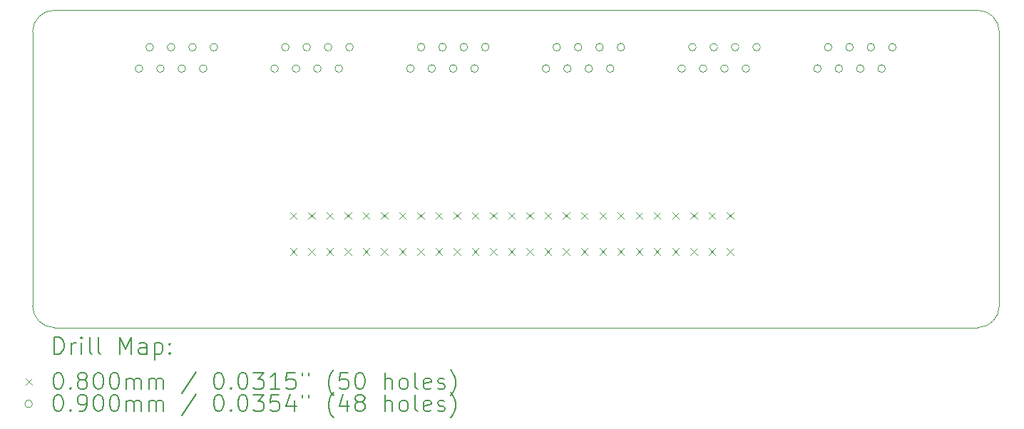
<source format=gbr>
%TF.GenerationSoftware,KiCad,Pcbnew,8.0.1*%
%TF.CreationDate,2024-07-20T21:14:03+01:00*%
%TF.ProjectId,MICRO_TRUNK_6_MAIN,4d494352-4f5f-4545-9255-4e4b5f365f4d,rev?*%
%TF.SameCoordinates,Original*%
%TF.FileFunction,Drillmap*%
%TF.FilePolarity,Positive*%
%FSLAX45Y45*%
G04 Gerber Fmt 4.5, Leading zero omitted, Abs format (unit mm)*
G04 Created by KiCad (PCBNEW 8.0.1) date 2024-07-20 21:14:03*
%MOMM*%
%LPD*%
G01*
G04 APERTURE LIST*
%ADD10C,0.050000*%
%ADD11C,0.200000*%
%ADD12C,0.100000*%
G04 APERTURE END LIST*
D10*
X8724396Y-7887735D02*
G75*
G02*
X8981374Y-7630239I257497J0D01*
G01*
X20202896Y-11142340D02*
G75*
G02*
X19945917Y-11399838I-257503J4D01*
G01*
X8981374Y-7630236D02*
X19945000Y-7630000D01*
X19945917Y-11399840D02*
X8981791Y-11399471D01*
X8981791Y-11399471D02*
G75*
G02*
X8724297Y-11142493I11J257506D01*
G01*
X8724292Y-11142493D02*
X8724396Y-7887735D01*
X19945000Y-7630000D02*
G75*
G02*
X20202508Y-7886979I-8J-257516D01*
G01*
X20202896Y-11142340D02*
X20202500Y-7886979D01*
D11*
D12*
X11781612Y-10027996D02*
X11861612Y-10107996D01*
X11861612Y-10027996D02*
X11781612Y-10107996D01*
X11781612Y-10456996D02*
X11861612Y-10536996D01*
X11861612Y-10456996D02*
X11781612Y-10536996D01*
X11997612Y-10027996D02*
X12077612Y-10107996D01*
X12077612Y-10027996D02*
X11997612Y-10107996D01*
X11997612Y-10456996D02*
X12077612Y-10536996D01*
X12077612Y-10456996D02*
X11997612Y-10536996D01*
X12213612Y-10027996D02*
X12293612Y-10107996D01*
X12293612Y-10027996D02*
X12213612Y-10107996D01*
X12213612Y-10456996D02*
X12293612Y-10536996D01*
X12293612Y-10456996D02*
X12213612Y-10536996D01*
X12429612Y-10027996D02*
X12509612Y-10107996D01*
X12509612Y-10027996D02*
X12429612Y-10107996D01*
X12429612Y-10456996D02*
X12509612Y-10536996D01*
X12509612Y-10456996D02*
X12429612Y-10536996D01*
X12645612Y-10027996D02*
X12725612Y-10107996D01*
X12725612Y-10027996D02*
X12645612Y-10107996D01*
X12645612Y-10456996D02*
X12725612Y-10536996D01*
X12725612Y-10456996D02*
X12645612Y-10536996D01*
X12861612Y-10027996D02*
X12941612Y-10107996D01*
X12941612Y-10027996D02*
X12861612Y-10107996D01*
X12861612Y-10456996D02*
X12941612Y-10536996D01*
X12941612Y-10456996D02*
X12861612Y-10536996D01*
X13077612Y-10027996D02*
X13157612Y-10107996D01*
X13157612Y-10027996D02*
X13077612Y-10107996D01*
X13077612Y-10456996D02*
X13157612Y-10536996D01*
X13157612Y-10456996D02*
X13077612Y-10536996D01*
X13293612Y-10027996D02*
X13373612Y-10107996D01*
X13373612Y-10027996D02*
X13293612Y-10107996D01*
X13293612Y-10456996D02*
X13373612Y-10536996D01*
X13373612Y-10456996D02*
X13293612Y-10536996D01*
X13509612Y-10027996D02*
X13589612Y-10107996D01*
X13589612Y-10027996D02*
X13509612Y-10107996D01*
X13509612Y-10456996D02*
X13589612Y-10536996D01*
X13589612Y-10456996D02*
X13509612Y-10536996D01*
X13725612Y-10027996D02*
X13805612Y-10107996D01*
X13805612Y-10027996D02*
X13725612Y-10107996D01*
X13725612Y-10456996D02*
X13805612Y-10536996D01*
X13805612Y-10456996D02*
X13725612Y-10536996D01*
X13941612Y-10027996D02*
X14021612Y-10107996D01*
X14021612Y-10027996D02*
X13941612Y-10107996D01*
X13941612Y-10456996D02*
X14021612Y-10536996D01*
X14021612Y-10456996D02*
X13941612Y-10536996D01*
X14157612Y-10027996D02*
X14237612Y-10107996D01*
X14237612Y-10027996D02*
X14157612Y-10107996D01*
X14157612Y-10456996D02*
X14237612Y-10536996D01*
X14237612Y-10456996D02*
X14157612Y-10536996D01*
X14373612Y-10027996D02*
X14453612Y-10107996D01*
X14453612Y-10027996D02*
X14373612Y-10107996D01*
X14373612Y-10456996D02*
X14453612Y-10536996D01*
X14453612Y-10456996D02*
X14373612Y-10536996D01*
X14589612Y-10027996D02*
X14669612Y-10107996D01*
X14669612Y-10027996D02*
X14589612Y-10107996D01*
X14589612Y-10456996D02*
X14669612Y-10536996D01*
X14669612Y-10456996D02*
X14589612Y-10536996D01*
X14805612Y-10027996D02*
X14885612Y-10107996D01*
X14885612Y-10027996D02*
X14805612Y-10107996D01*
X14805612Y-10456996D02*
X14885612Y-10536996D01*
X14885612Y-10456996D02*
X14805612Y-10536996D01*
X15021612Y-10027996D02*
X15101612Y-10107996D01*
X15101612Y-10027996D02*
X15021612Y-10107996D01*
X15021612Y-10456996D02*
X15101612Y-10536996D01*
X15101612Y-10456996D02*
X15021612Y-10536996D01*
X15237612Y-10027996D02*
X15317612Y-10107996D01*
X15317612Y-10027996D02*
X15237612Y-10107996D01*
X15237612Y-10456996D02*
X15317612Y-10536996D01*
X15317612Y-10456996D02*
X15237612Y-10536996D01*
X15453612Y-10027996D02*
X15533612Y-10107996D01*
X15533612Y-10027996D02*
X15453612Y-10107996D01*
X15453612Y-10456996D02*
X15533612Y-10536996D01*
X15533612Y-10456996D02*
X15453612Y-10536996D01*
X15669612Y-10027996D02*
X15749612Y-10107996D01*
X15749612Y-10027996D02*
X15669612Y-10107996D01*
X15669612Y-10456996D02*
X15749612Y-10536996D01*
X15749612Y-10456996D02*
X15669612Y-10536996D01*
X15885612Y-10027996D02*
X15965612Y-10107996D01*
X15965612Y-10027996D02*
X15885612Y-10107996D01*
X15885612Y-10456996D02*
X15965612Y-10536996D01*
X15965612Y-10456996D02*
X15885612Y-10536996D01*
X16101612Y-10027996D02*
X16181612Y-10107996D01*
X16181612Y-10027996D02*
X16101612Y-10107996D01*
X16101612Y-10456996D02*
X16181612Y-10536996D01*
X16181612Y-10456996D02*
X16101612Y-10536996D01*
X16317612Y-10027996D02*
X16397612Y-10107996D01*
X16397612Y-10027996D02*
X16317612Y-10107996D01*
X16317612Y-10456996D02*
X16397612Y-10536996D01*
X16397612Y-10456996D02*
X16317612Y-10536996D01*
X16533612Y-10027996D02*
X16613612Y-10107996D01*
X16613612Y-10027996D02*
X16533612Y-10107996D01*
X16533612Y-10456996D02*
X16613612Y-10536996D01*
X16613612Y-10456996D02*
X16533612Y-10536996D01*
X16749612Y-10027996D02*
X16829612Y-10107996D01*
X16829612Y-10027996D02*
X16749612Y-10107996D01*
X16749612Y-10456996D02*
X16829612Y-10536996D01*
X16829612Y-10456996D02*
X16749612Y-10536996D01*
X16965612Y-10027996D02*
X17045612Y-10107996D01*
X17045612Y-10027996D02*
X16965612Y-10107996D01*
X16965612Y-10456996D02*
X17045612Y-10536996D01*
X17045612Y-10456996D02*
X16965612Y-10536996D01*
X10032112Y-8322896D02*
G75*
G02*
X9942112Y-8322896I-45000J0D01*
G01*
X9942112Y-8322896D02*
G75*
G02*
X10032112Y-8322896I45000J0D01*
G01*
X10159111Y-8068896D02*
G75*
G02*
X10069111Y-8068896I-45000J0D01*
G01*
X10069111Y-8068896D02*
G75*
G02*
X10159111Y-8068896I45000J0D01*
G01*
X10286112Y-8322896D02*
G75*
G02*
X10196112Y-8322896I-45000J0D01*
G01*
X10196112Y-8322896D02*
G75*
G02*
X10286112Y-8322896I45000J0D01*
G01*
X10413111Y-8068896D02*
G75*
G02*
X10323111Y-8068896I-45000J0D01*
G01*
X10323111Y-8068896D02*
G75*
G02*
X10413111Y-8068896I45000J0D01*
G01*
X10540112Y-8322896D02*
G75*
G02*
X10450112Y-8322896I-45000J0D01*
G01*
X10450112Y-8322896D02*
G75*
G02*
X10540112Y-8322896I45000J0D01*
G01*
X10667112Y-8068896D02*
G75*
G02*
X10577112Y-8068896I-45000J0D01*
G01*
X10577112Y-8068896D02*
G75*
G02*
X10667112Y-8068896I45000J0D01*
G01*
X10794112Y-8322896D02*
G75*
G02*
X10704112Y-8322896I-45000J0D01*
G01*
X10704112Y-8322896D02*
G75*
G02*
X10794112Y-8322896I45000J0D01*
G01*
X10921112Y-8068896D02*
G75*
G02*
X10831112Y-8068896I-45000J0D01*
G01*
X10831112Y-8068896D02*
G75*
G02*
X10921112Y-8068896I45000J0D01*
G01*
X11643112Y-8322896D02*
G75*
G02*
X11553112Y-8322896I-45000J0D01*
G01*
X11553112Y-8322896D02*
G75*
G02*
X11643112Y-8322896I45000J0D01*
G01*
X11770111Y-8068896D02*
G75*
G02*
X11680111Y-8068896I-45000J0D01*
G01*
X11680111Y-8068896D02*
G75*
G02*
X11770111Y-8068896I45000J0D01*
G01*
X11897112Y-8322896D02*
G75*
G02*
X11807112Y-8322896I-45000J0D01*
G01*
X11807112Y-8322896D02*
G75*
G02*
X11897112Y-8322896I45000J0D01*
G01*
X12024111Y-8068896D02*
G75*
G02*
X11934111Y-8068896I-45000J0D01*
G01*
X11934111Y-8068896D02*
G75*
G02*
X12024111Y-8068896I45000J0D01*
G01*
X12151112Y-8322896D02*
G75*
G02*
X12061112Y-8322896I-45000J0D01*
G01*
X12061112Y-8322896D02*
G75*
G02*
X12151112Y-8322896I45000J0D01*
G01*
X12278111Y-8068896D02*
G75*
G02*
X12188111Y-8068896I-45000J0D01*
G01*
X12188111Y-8068896D02*
G75*
G02*
X12278111Y-8068896I45000J0D01*
G01*
X12405112Y-8322896D02*
G75*
G02*
X12315112Y-8322896I-45000J0D01*
G01*
X12315112Y-8322896D02*
G75*
G02*
X12405112Y-8322896I45000J0D01*
G01*
X12532112Y-8068896D02*
G75*
G02*
X12442112Y-8068896I-45000J0D01*
G01*
X12442112Y-8068896D02*
G75*
G02*
X12532112Y-8068896I45000J0D01*
G01*
X13254112Y-8322896D02*
G75*
G02*
X13164112Y-8322896I-45000J0D01*
G01*
X13164112Y-8322896D02*
G75*
G02*
X13254112Y-8322896I45000J0D01*
G01*
X13381111Y-8068896D02*
G75*
G02*
X13291111Y-8068896I-45000J0D01*
G01*
X13291111Y-8068896D02*
G75*
G02*
X13381111Y-8068896I45000J0D01*
G01*
X13508112Y-8322896D02*
G75*
G02*
X13418112Y-8322896I-45000J0D01*
G01*
X13418112Y-8322896D02*
G75*
G02*
X13508112Y-8322896I45000J0D01*
G01*
X13635111Y-8068896D02*
G75*
G02*
X13545111Y-8068896I-45000J0D01*
G01*
X13545111Y-8068896D02*
G75*
G02*
X13635111Y-8068896I45000J0D01*
G01*
X13762112Y-8322896D02*
G75*
G02*
X13672112Y-8322896I-45000J0D01*
G01*
X13672112Y-8322896D02*
G75*
G02*
X13762112Y-8322896I45000J0D01*
G01*
X13889111Y-8068896D02*
G75*
G02*
X13799111Y-8068896I-45000J0D01*
G01*
X13799111Y-8068896D02*
G75*
G02*
X13889111Y-8068896I45000J0D01*
G01*
X14016112Y-8322896D02*
G75*
G02*
X13926112Y-8322896I-45000J0D01*
G01*
X13926112Y-8322896D02*
G75*
G02*
X14016112Y-8322896I45000J0D01*
G01*
X14143112Y-8068896D02*
G75*
G02*
X14053112Y-8068896I-45000J0D01*
G01*
X14053112Y-8068896D02*
G75*
G02*
X14143112Y-8068896I45000J0D01*
G01*
X14865112Y-8322896D02*
G75*
G02*
X14775112Y-8322896I-45000J0D01*
G01*
X14775112Y-8322896D02*
G75*
G02*
X14865112Y-8322896I45000J0D01*
G01*
X14992111Y-8068896D02*
G75*
G02*
X14902111Y-8068896I-45000J0D01*
G01*
X14902111Y-8068896D02*
G75*
G02*
X14992111Y-8068896I45000J0D01*
G01*
X15119112Y-8322896D02*
G75*
G02*
X15029112Y-8322896I-45000J0D01*
G01*
X15029112Y-8322896D02*
G75*
G02*
X15119112Y-8322896I45000J0D01*
G01*
X15246111Y-8068896D02*
G75*
G02*
X15156111Y-8068896I-45000J0D01*
G01*
X15156111Y-8068896D02*
G75*
G02*
X15246111Y-8068896I45000J0D01*
G01*
X15373112Y-8322896D02*
G75*
G02*
X15283112Y-8322896I-45000J0D01*
G01*
X15283112Y-8322896D02*
G75*
G02*
X15373112Y-8322896I45000J0D01*
G01*
X15500111Y-8068896D02*
G75*
G02*
X15410111Y-8068896I-45000J0D01*
G01*
X15410111Y-8068896D02*
G75*
G02*
X15500111Y-8068896I45000J0D01*
G01*
X15627112Y-8322896D02*
G75*
G02*
X15537112Y-8322896I-45000J0D01*
G01*
X15537112Y-8322896D02*
G75*
G02*
X15627112Y-8322896I45000J0D01*
G01*
X15754112Y-8068896D02*
G75*
G02*
X15664112Y-8068896I-45000J0D01*
G01*
X15664112Y-8068896D02*
G75*
G02*
X15754112Y-8068896I45000J0D01*
G01*
X16476112Y-8322896D02*
G75*
G02*
X16386112Y-8322896I-45000J0D01*
G01*
X16386112Y-8322896D02*
G75*
G02*
X16476112Y-8322896I45000J0D01*
G01*
X16603111Y-8068896D02*
G75*
G02*
X16513111Y-8068896I-45000J0D01*
G01*
X16513111Y-8068896D02*
G75*
G02*
X16603111Y-8068896I45000J0D01*
G01*
X16730112Y-8322896D02*
G75*
G02*
X16640112Y-8322896I-45000J0D01*
G01*
X16640112Y-8322896D02*
G75*
G02*
X16730112Y-8322896I45000J0D01*
G01*
X16857111Y-8068896D02*
G75*
G02*
X16767111Y-8068896I-45000J0D01*
G01*
X16767111Y-8068896D02*
G75*
G02*
X16857111Y-8068896I45000J0D01*
G01*
X16984112Y-8322896D02*
G75*
G02*
X16894112Y-8322896I-45000J0D01*
G01*
X16894112Y-8322896D02*
G75*
G02*
X16984112Y-8322896I45000J0D01*
G01*
X17111112Y-8068896D02*
G75*
G02*
X17021112Y-8068896I-45000J0D01*
G01*
X17021112Y-8068896D02*
G75*
G02*
X17111112Y-8068896I45000J0D01*
G01*
X17238112Y-8322896D02*
G75*
G02*
X17148112Y-8322896I-45000J0D01*
G01*
X17148112Y-8322896D02*
G75*
G02*
X17238112Y-8322896I45000J0D01*
G01*
X17365112Y-8068896D02*
G75*
G02*
X17275112Y-8068896I-45000J0D01*
G01*
X17275112Y-8068896D02*
G75*
G02*
X17365112Y-8068896I45000J0D01*
G01*
X18087112Y-8322896D02*
G75*
G02*
X17997112Y-8322896I-45000J0D01*
G01*
X17997112Y-8322896D02*
G75*
G02*
X18087112Y-8322896I45000J0D01*
G01*
X18214112Y-8068896D02*
G75*
G02*
X18124112Y-8068896I-45000J0D01*
G01*
X18124112Y-8068896D02*
G75*
G02*
X18214112Y-8068896I45000J0D01*
G01*
X18341112Y-8322896D02*
G75*
G02*
X18251112Y-8322896I-45000J0D01*
G01*
X18251112Y-8322896D02*
G75*
G02*
X18341112Y-8322896I45000J0D01*
G01*
X18468112Y-8068896D02*
G75*
G02*
X18378112Y-8068896I-45000J0D01*
G01*
X18378112Y-8068896D02*
G75*
G02*
X18468112Y-8068896I45000J0D01*
G01*
X18595112Y-8322896D02*
G75*
G02*
X18505112Y-8322896I-45000J0D01*
G01*
X18505112Y-8322896D02*
G75*
G02*
X18595112Y-8322896I45000J0D01*
G01*
X18722112Y-8068896D02*
G75*
G02*
X18632112Y-8068896I-45000J0D01*
G01*
X18632112Y-8068896D02*
G75*
G02*
X18722112Y-8068896I45000J0D01*
G01*
X18849112Y-8322896D02*
G75*
G02*
X18759112Y-8322896I-45000J0D01*
G01*
X18759112Y-8322896D02*
G75*
G02*
X18849112Y-8322896I45000J0D01*
G01*
X18976112Y-8068896D02*
G75*
G02*
X18886112Y-8068896I-45000J0D01*
G01*
X18886112Y-8068896D02*
G75*
G02*
X18976112Y-8068896I45000J0D01*
G01*
D11*
X8982569Y-11713823D02*
X8982569Y-11513823D01*
X8982569Y-11513823D02*
X9030188Y-11513823D01*
X9030188Y-11513823D02*
X9058759Y-11523347D01*
X9058759Y-11523347D02*
X9077807Y-11542395D01*
X9077807Y-11542395D02*
X9087331Y-11561442D01*
X9087331Y-11561442D02*
X9096854Y-11599538D01*
X9096854Y-11599538D02*
X9096854Y-11628109D01*
X9096854Y-11628109D02*
X9087331Y-11666204D01*
X9087331Y-11666204D02*
X9077807Y-11685252D01*
X9077807Y-11685252D02*
X9058759Y-11704300D01*
X9058759Y-11704300D02*
X9030188Y-11713823D01*
X9030188Y-11713823D02*
X8982569Y-11713823D01*
X9182569Y-11713823D02*
X9182569Y-11580490D01*
X9182569Y-11618585D02*
X9192092Y-11599538D01*
X9192092Y-11599538D02*
X9201616Y-11590014D01*
X9201616Y-11590014D02*
X9220664Y-11580490D01*
X9220664Y-11580490D02*
X9239712Y-11580490D01*
X9306378Y-11713823D02*
X9306378Y-11580490D01*
X9306378Y-11513823D02*
X9296854Y-11523347D01*
X9296854Y-11523347D02*
X9306378Y-11532871D01*
X9306378Y-11532871D02*
X9315902Y-11523347D01*
X9315902Y-11523347D02*
X9306378Y-11513823D01*
X9306378Y-11513823D02*
X9306378Y-11532871D01*
X9430188Y-11713823D02*
X9411140Y-11704300D01*
X9411140Y-11704300D02*
X9401616Y-11685252D01*
X9401616Y-11685252D02*
X9401616Y-11513823D01*
X9534950Y-11713823D02*
X9515902Y-11704300D01*
X9515902Y-11704300D02*
X9506378Y-11685252D01*
X9506378Y-11685252D02*
X9506378Y-11513823D01*
X9763521Y-11713823D02*
X9763521Y-11513823D01*
X9763521Y-11513823D02*
X9830188Y-11656680D01*
X9830188Y-11656680D02*
X9896854Y-11513823D01*
X9896854Y-11513823D02*
X9896854Y-11713823D01*
X10077807Y-11713823D02*
X10077807Y-11609061D01*
X10077807Y-11609061D02*
X10068283Y-11590014D01*
X10068283Y-11590014D02*
X10049235Y-11580490D01*
X10049235Y-11580490D02*
X10011140Y-11580490D01*
X10011140Y-11580490D02*
X9992092Y-11590014D01*
X10077807Y-11704300D02*
X10058759Y-11713823D01*
X10058759Y-11713823D02*
X10011140Y-11713823D01*
X10011140Y-11713823D02*
X9992092Y-11704300D01*
X9992092Y-11704300D02*
X9982569Y-11685252D01*
X9982569Y-11685252D02*
X9982569Y-11666204D01*
X9982569Y-11666204D02*
X9992092Y-11647157D01*
X9992092Y-11647157D02*
X10011140Y-11637633D01*
X10011140Y-11637633D02*
X10058759Y-11637633D01*
X10058759Y-11637633D02*
X10077807Y-11628109D01*
X10173045Y-11580490D02*
X10173045Y-11780490D01*
X10173045Y-11590014D02*
X10192092Y-11580490D01*
X10192092Y-11580490D02*
X10230188Y-11580490D01*
X10230188Y-11580490D02*
X10249235Y-11590014D01*
X10249235Y-11590014D02*
X10258759Y-11599538D01*
X10258759Y-11599538D02*
X10268283Y-11618585D01*
X10268283Y-11618585D02*
X10268283Y-11675728D01*
X10268283Y-11675728D02*
X10258759Y-11694776D01*
X10258759Y-11694776D02*
X10249235Y-11704300D01*
X10249235Y-11704300D02*
X10230188Y-11713823D01*
X10230188Y-11713823D02*
X10192092Y-11713823D01*
X10192092Y-11713823D02*
X10173045Y-11704300D01*
X10353997Y-11694776D02*
X10363521Y-11704300D01*
X10363521Y-11704300D02*
X10353997Y-11713823D01*
X10353997Y-11713823D02*
X10344473Y-11704300D01*
X10344473Y-11704300D02*
X10353997Y-11694776D01*
X10353997Y-11694776D02*
X10353997Y-11713823D01*
X10353997Y-11590014D02*
X10363521Y-11599538D01*
X10363521Y-11599538D02*
X10353997Y-11609061D01*
X10353997Y-11609061D02*
X10344473Y-11599538D01*
X10344473Y-11599538D02*
X10353997Y-11590014D01*
X10353997Y-11590014D02*
X10353997Y-11609061D01*
D12*
X8641792Y-12002340D02*
X8721792Y-12082340D01*
X8721792Y-12002340D02*
X8641792Y-12082340D01*
D11*
X9020664Y-11933823D02*
X9039712Y-11933823D01*
X9039712Y-11933823D02*
X9058759Y-11943347D01*
X9058759Y-11943347D02*
X9068283Y-11952871D01*
X9068283Y-11952871D02*
X9077807Y-11971919D01*
X9077807Y-11971919D02*
X9087331Y-12010014D01*
X9087331Y-12010014D02*
X9087331Y-12057633D01*
X9087331Y-12057633D02*
X9077807Y-12095728D01*
X9077807Y-12095728D02*
X9068283Y-12114776D01*
X9068283Y-12114776D02*
X9058759Y-12124300D01*
X9058759Y-12124300D02*
X9039712Y-12133823D01*
X9039712Y-12133823D02*
X9020664Y-12133823D01*
X9020664Y-12133823D02*
X9001616Y-12124300D01*
X9001616Y-12124300D02*
X8992092Y-12114776D01*
X8992092Y-12114776D02*
X8982569Y-12095728D01*
X8982569Y-12095728D02*
X8973045Y-12057633D01*
X8973045Y-12057633D02*
X8973045Y-12010014D01*
X8973045Y-12010014D02*
X8982569Y-11971919D01*
X8982569Y-11971919D02*
X8992092Y-11952871D01*
X8992092Y-11952871D02*
X9001616Y-11943347D01*
X9001616Y-11943347D02*
X9020664Y-11933823D01*
X9173045Y-12114776D02*
X9182569Y-12124300D01*
X9182569Y-12124300D02*
X9173045Y-12133823D01*
X9173045Y-12133823D02*
X9163521Y-12124300D01*
X9163521Y-12124300D02*
X9173045Y-12114776D01*
X9173045Y-12114776D02*
X9173045Y-12133823D01*
X9296854Y-12019538D02*
X9277807Y-12010014D01*
X9277807Y-12010014D02*
X9268283Y-12000490D01*
X9268283Y-12000490D02*
X9258759Y-11981442D01*
X9258759Y-11981442D02*
X9258759Y-11971919D01*
X9258759Y-11971919D02*
X9268283Y-11952871D01*
X9268283Y-11952871D02*
X9277807Y-11943347D01*
X9277807Y-11943347D02*
X9296854Y-11933823D01*
X9296854Y-11933823D02*
X9334950Y-11933823D01*
X9334950Y-11933823D02*
X9353997Y-11943347D01*
X9353997Y-11943347D02*
X9363521Y-11952871D01*
X9363521Y-11952871D02*
X9373045Y-11971919D01*
X9373045Y-11971919D02*
X9373045Y-11981442D01*
X9373045Y-11981442D02*
X9363521Y-12000490D01*
X9363521Y-12000490D02*
X9353997Y-12010014D01*
X9353997Y-12010014D02*
X9334950Y-12019538D01*
X9334950Y-12019538D02*
X9296854Y-12019538D01*
X9296854Y-12019538D02*
X9277807Y-12029061D01*
X9277807Y-12029061D02*
X9268283Y-12038585D01*
X9268283Y-12038585D02*
X9258759Y-12057633D01*
X9258759Y-12057633D02*
X9258759Y-12095728D01*
X9258759Y-12095728D02*
X9268283Y-12114776D01*
X9268283Y-12114776D02*
X9277807Y-12124300D01*
X9277807Y-12124300D02*
X9296854Y-12133823D01*
X9296854Y-12133823D02*
X9334950Y-12133823D01*
X9334950Y-12133823D02*
X9353997Y-12124300D01*
X9353997Y-12124300D02*
X9363521Y-12114776D01*
X9363521Y-12114776D02*
X9373045Y-12095728D01*
X9373045Y-12095728D02*
X9373045Y-12057633D01*
X9373045Y-12057633D02*
X9363521Y-12038585D01*
X9363521Y-12038585D02*
X9353997Y-12029061D01*
X9353997Y-12029061D02*
X9334950Y-12019538D01*
X9496854Y-11933823D02*
X9515902Y-11933823D01*
X9515902Y-11933823D02*
X9534950Y-11943347D01*
X9534950Y-11943347D02*
X9544473Y-11952871D01*
X9544473Y-11952871D02*
X9553997Y-11971919D01*
X9553997Y-11971919D02*
X9563521Y-12010014D01*
X9563521Y-12010014D02*
X9563521Y-12057633D01*
X9563521Y-12057633D02*
X9553997Y-12095728D01*
X9553997Y-12095728D02*
X9544473Y-12114776D01*
X9544473Y-12114776D02*
X9534950Y-12124300D01*
X9534950Y-12124300D02*
X9515902Y-12133823D01*
X9515902Y-12133823D02*
X9496854Y-12133823D01*
X9496854Y-12133823D02*
X9477807Y-12124300D01*
X9477807Y-12124300D02*
X9468283Y-12114776D01*
X9468283Y-12114776D02*
X9458759Y-12095728D01*
X9458759Y-12095728D02*
X9449235Y-12057633D01*
X9449235Y-12057633D02*
X9449235Y-12010014D01*
X9449235Y-12010014D02*
X9458759Y-11971919D01*
X9458759Y-11971919D02*
X9468283Y-11952871D01*
X9468283Y-11952871D02*
X9477807Y-11943347D01*
X9477807Y-11943347D02*
X9496854Y-11933823D01*
X9687331Y-11933823D02*
X9706378Y-11933823D01*
X9706378Y-11933823D02*
X9725426Y-11943347D01*
X9725426Y-11943347D02*
X9734950Y-11952871D01*
X9734950Y-11952871D02*
X9744473Y-11971919D01*
X9744473Y-11971919D02*
X9753997Y-12010014D01*
X9753997Y-12010014D02*
X9753997Y-12057633D01*
X9753997Y-12057633D02*
X9744473Y-12095728D01*
X9744473Y-12095728D02*
X9734950Y-12114776D01*
X9734950Y-12114776D02*
X9725426Y-12124300D01*
X9725426Y-12124300D02*
X9706378Y-12133823D01*
X9706378Y-12133823D02*
X9687331Y-12133823D01*
X9687331Y-12133823D02*
X9668283Y-12124300D01*
X9668283Y-12124300D02*
X9658759Y-12114776D01*
X9658759Y-12114776D02*
X9649235Y-12095728D01*
X9649235Y-12095728D02*
X9639712Y-12057633D01*
X9639712Y-12057633D02*
X9639712Y-12010014D01*
X9639712Y-12010014D02*
X9649235Y-11971919D01*
X9649235Y-11971919D02*
X9658759Y-11952871D01*
X9658759Y-11952871D02*
X9668283Y-11943347D01*
X9668283Y-11943347D02*
X9687331Y-11933823D01*
X9839712Y-12133823D02*
X9839712Y-12000490D01*
X9839712Y-12019538D02*
X9849235Y-12010014D01*
X9849235Y-12010014D02*
X9868283Y-12000490D01*
X9868283Y-12000490D02*
X9896854Y-12000490D01*
X9896854Y-12000490D02*
X9915902Y-12010014D01*
X9915902Y-12010014D02*
X9925426Y-12029061D01*
X9925426Y-12029061D02*
X9925426Y-12133823D01*
X9925426Y-12029061D02*
X9934950Y-12010014D01*
X9934950Y-12010014D02*
X9953997Y-12000490D01*
X9953997Y-12000490D02*
X9982569Y-12000490D01*
X9982569Y-12000490D02*
X10001616Y-12010014D01*
X10001616Y-12010014D02*
X10011140Y-12029061D01*
X10011140Y-12029061D02*
X10011140Y-12133823D01*
X10106378Y-12133823D02*
X10106378Y-12000490D01*
X10106378Y-12019538D02*
X10115902Y-12010014D01*
X10115902Y-12010014D02*
X10134950Y-12000490D01*
X10134950Y-12000490D02*
X10163521Y-12000490D01*
X10163521Y-12000490D02*
X10182569Y-12010014D01*
X10182569Y-12010014D02*
X10192093Y-12029061D01*
X10192093Y-12029061D02*
X10192093Y-12133823D01*
X10192093Y-12029061D02*
X10201616Y-12010014D01*
X10201616Y-12010014D02*
X10220664Y-12000490D01*
X10220664Y-12000490D02*
X10249235Y-12000490D01*
X10249235Y-12000490D02*
X10268283Y-12010014D01*
X10268283Y-12010014D02*
X10277807Y-12029061D01*
X10277807Y-12029061D02*
X10277807Y-12133823D01*
X10668283Y-11924300D02*
X10496855Y-12181442D01*
X10925426Y-11933823D02*
X10944474Y-11933823D01*
X10944474Y-11933823D02*
X10963521Y-11943347D01*
X10963521Y-11943347D02*
X10973045Y-11952871D01*
X10973045Y-11952871D02*
X10982569Y-11971919D01*
X10982569Y-11971919D02*
X10992093Y-12010014D01*
X10992093Y-12010014D02*
X10992093Y-12057633D01*
X10992093Y-12057633D02*
X10982569Y-12095728D01*
X10982569Y-12095728D02*
X10973045Y-12114776D01*
X10973045Y-12114776D02*
X10963521Y-12124300D01*
X10963521Y-12124300D02*
X10944474Y-12133823D01*
X10944474Y-12133823D02*
X10925426Y-12133823D01*
X10925426Y-12133823D02*
X10906378Y-12124300D01*
X10906378Y-12124300D02*
X10896855Y-12114776D01*
X10896855Y-12114776D02*
X10887331Y-12095728D01*
X10887331Y-12095728D02*
X10877807Y-12057633D01*
X10877807Y-12057633D02*
X10877807Y-12010014D01*
X10877807Y-12010014D02*
X10887331Y-11971919D01*
X10887331Y-11971919D02*
X10896855Y-11952871D01*
X10896855Y-11952871D02*
X10906378Y-11943347D01*
X10906378Y-11943347D02*
X10925426Y-11933823D01*
X11077807Y-12114776D02*
X11087331Y-12124300D01*
X11087331Y-12124300D02*
X11077807Y-12133823D01*
X11077807Y-12133823D02*
X11068283Y-12124300D01*
X11068283Y-12124300D02*
X11077807Y-12114776D01*
X11077807Y-12114776D02*
X11077807Y-12133823D01*
X11211140Y-11933823D02*
X11230188Y-11933823D01*
X11230188Y-11933823D02*
X11249235Y-11943347D01*
X11249235Y-11943347D02*
X11258759Y-11952871D01*
X11258759Y-11952871D02*
X11268283Y-11971919D01*
X11268283Y-11971919D02*
X11277807Y-12010014D01*
X11277807Y-12010014D02*
X11277807Y-12057633D01*
X11277807Y-12057633D02*
X11268283Y-12095728D01*
X11268283Y-12095728D02*
X11258759Y-12114776D01*
X11258759Y-12114776D02*
X11249235Y-12124300D01*
X11249235Y-12124300D02*
X11230188Y-12133823D01*
X11230188Y-12133823D02*
X11211140Y-12133823D01*
X11211140Y-12133823D02*
X11192093Y-12124300D01*
X11192093Y-12124300D02*
X11182569Y-12114776D01*
X11182569Y-12114776D02*
X11173045Y-12095728D01*
X11173045Y-12095728D02*
X11163521Y-12057633D01*
X11163521Y-12057633D02*
X11163521Y-12010014D01*
X11163521Y-12010014D02*
X11173045Y-11971919D01*
X11173045Y-11971919D02*
X11182569Y-11952871D01*
X11182569Y-11952871D02*
X11192093Y-11943347D01*
X11192093Y-11943347D02*
X11211140Y-11933823D01*
X11344474Y-11933823D02*
X11468283Y-11933823D01*
X11468283Y-11933823D02*
X11401616Y-12010014D01*
X11401616Y-12010014D02*
X11430188Y-12010014D01*
X11430188Y-12010014D02*
X11449235Y-12019538D01*
X11449235Y-12019538D02*
X11458759Y-12029061D01*
X11458759Y-12029061D02*
X11468283Y-12048109D01*
X11468283Y-12048109D02*
X11468283Y-12095728D01*
X11468283Y-12095728D02*
X11458759Y-12114776D01*
X11458759Y-12114776D02*
X11449235Y-12124300D01*
X11449235Y-12124300D02*
X11430188Y-12133823D01*
X11430188Y-12133823D02*
X11373045Y-12133823D01*
X11373045Y-12133823D02*
X11353997Y-12124300D01*
X11353997Y-12124300D02*
X11344474Y-12114776D01*
X11658759Y-12133823D02*
X11544474Y-12133823D01*
X11601616Y-12133823D02*
X11601616Y-11933823D01*
X11601616Y-11933823D02*
X11582569Y-11962395D01*
X11582569Y-11962395D02*
X11563521Y-11981442D01*
X11563521Y-11981442D02*
X11544474Y-11990966D01*
X11839712Y-11933823D02*
X11744474Y-11933823D01*
X11744474Y-11933823D02*
X11734950Y-12029061D01*
X11734950Y-12029061D02*
X11744474Y-12019538D01*
X11744474Y-12019538D02*
X11763521Y-12010014D01*
X11763521Y-12010014D02*
X11811140Y-12010014D01*
X11811140Y-12010014D02*
X11830188Y-12019538D01*
X11830188Y-12019538D02*
X11839712Y-12029061D01*
X11839712Y-12029061D02*
X11849235Y-12048109D01*
X11849235Y-12048109D02*
X11849235Y-12095728D01*
X11849235Y-12095728D02*
X11839712Y-12114776D01*
X11839712Y-12114776D02*
X11830188Y-12124300D01*
X11830188Y-12124300D02*
X11811140Y-12133823D01*
X11811140Y-12133823D02*
X11763521Y-12133823D01*
X11763521Y-12133823D02*
X11744474Y-12124300D01*
X11744474Y-12124300D02*
X11734950Y-12114776D01*
X11925426Y-11933823D02*
X11925426Y-11971919D01*
X12001616Y-11933823D02*
X12001616Y-11971919D01*
X12296855Y-12210014D02*
X12287331Y-12200490D01*
X12287331Y-12200490D02*
X12268283Y-12171919D01*
X12268283Y-12171919D02*
X12258759Y-12152871D01*
X12258759Y-12152871D02*
X12249236Y-12124300D01*
X12249236Y-12124300D02*
X12239712Y-12076680D01*
X12239712Y-12076680D02*
X12239712Y-12038585D01*
X12239712Y-12038585D02*
X12249236Y-11990966D01*
X12249236Y-11990966D02*
X12258759Y-11962395D01*
X12258759Y-11962395D02*
X12268283Y-11943347D01*
X12268283Y-11943347D02*
X12287331Y-11914776D01*
X12287331Y-11914776D02*
X12296855Y-11905252D01*
X12468283Y-11933823D02*
X12373045Y-11933823D01*
X12373045Y-11933823D02*
X12363521Y-12029061D01*
X12363521Y-12029061D02*
X12373045Y-12019538D01*
X12373045Y-12019538D02*
X12392093Y-12010014D01*
X12392093Y-12010014D02*
X12439712Y-12010014D01*
X12439712Y-12010014D02*
X12458759Y-12019538D01*
X12458759Y-12019538D02*
X12468283Y-12029061D01*
X12468283Y-12029061D02*
X12477807Y-12048109D01*
X12477807Y-12048109D02*
X12477807Y-12095728D01*
X12477807Y-12095728D02*
X12468283Y-12114776D01*
X12468283Y-12114776D02*
X12458759Y-12124300D01*
X12458759Y-12124300D02*
X12439712Y-12133823D01*
X12439712Y-12133823D02*
X12392093Y-12133823D01*
X12392093Y-12133823D02*
X12373045Y-12124300D01*
X12373045Y-12124300D02*
X12363521Y-12114776D01*
X12601616Y-11933823D02*
X12620664Y-11933823D01*
X12620664Y-11933823D02*
X12639712Y-11943347D01*
X12639712Y-11943347D02*
X12649236Y-11952871D01*
X12649236Y-11952871D02*
X12658759Y-11971919D01*
X12658759Y-11971919D02*
X12668283Y-12010014D01*
X12668283Y-12010014D02*
X12668283Y-12057633D01*
X12668283Y-12057633D02*
X12658759Y-12095728D01*
X12658759Y-12095728D02*
X12649236Y-12114776D01*
X12649236Y-12114776D02*
X12639712Y-12124300D01*
X12639712Y-12124300D02*
X12620664Y-12133823D01*
X12620664Y-12133823D02*
X12601616Y-12133823D01*
X12601616Y-12133823D02*
X12582569Y-12124300D01*
X12582569Y-12124300D02*
X12573045Y-12114776D01*
X12573045Y-12114776D02*
X12563521Y-12095728D01*
X12563521Y-12095728D02*
X12553997Y-12057633D01*
X12553997Y-12057633D02*
X12553997Y-12010014D01*
X12553997Y-12010014D02*
X12563521Y-11971919D01*
X12563521Y-11971919D02*
X12573045Y-11952871D01*
X12573045Y-11952871D02*
X12582569Y-11943347D01*
X12582569Y-11943347D02*
X12601616Y-11933823D01*
X12906378Y-12133823D02*
X12906378Y-11933823D01*
X12992093Y-12133823D02*
X12992093Y-12029061D01*
X12992093Y-12029061D02*
X12982569Y-12010014D01*
X12982569Y-12010014D02*
X12963521Y-12000490D01*
X12963521Y-12000490D02*
X12934950Y-12000490D01*
X12934950Y-12000490D02*
X12915902Y-12010014D01*
X12915902Y-12010014D02*
X12906378Y-12019538D01*
X13115902Y-12133823D02*
X13096855Y-12124300D01*
X13096855Y-12124300D02*
X13087331Y-12114776D01*
X13087331Y-12114776D02*
X13077807Y-12095728D01*
X13077807Y-12095728D02*
X13077807Y-12038585D01*
X13077807Y-12038585D02*
X13087331Y-12019538D01*
X13087331Y-12019538D02*
X13096855Y-12010014D01*
X13096855Y-12010014D02*
X13115902Y-12000490D01*
X13115902Y-12000490D02*
X13144474Y-12000490D01*
X13144474Y-12000490D02*
X13163521Y-12010014D01*
X13163521Y-12010014D02*
X13173045Y-12019538D01*
X13173045Y-12019538D02*
X13182569Y-12038585D01*
X13182569Y-12038585D02*
X13182569Y-12095728D01*
X13182569Y-12095728D02*
X13173045Y-12114776D01*
X13173045Y-12114776D02*
X13163521Y-12124300D01*
X13163521Y-12124300D02*
X13144474Y-12133823D01*
X13144474Y-12133823D02*
X13115902Y-12133823D01*
X13296855Y-12133823D02*
X13277807Y-12124300D01*
X13277807Y-12124300D02*
X13268283Y-12105252D01*
X13268283Y-12105252D02*
X13268283Y-11933823D01*
X13449236Y-12124300D02*
X13430188Y-12133823D01*
X13430188Y-12133823D02*
X13392093Y-12133823D01*
X13392093Y-12133823D02*
X13373045Y-12124300D01*
X13373045Y-12124300D02*
X13363521Y-12105252D01*
X13363521Y-12105252D02*
X13363521Y-12029061D01*
X13363521Y-12029061D02*
X13373045Y-12010014D01*
X13373045Y-12010014D02*
X13392093Y-12000490D01*
X13392093Y-12000490D02*
X13430188Y-12000490D01*
X13430188Y-12000490D02*
X13449236Y-12010014D01*
X13449236Y-12010014D02*
X13458759Y-12029061D01*
X13458759Y-12029061D02*
X13458759Y-12048109D01*
X13458759Y-12048109D02*
X13363521Y-12067157D01*
X13534950Y-12124300D02*
X13553998Y-12133823D01*
X13553998Y-12133823D02*
X13592093Y-12133823D01*
X13592093Y-12133823D02*
X13611140Y-12124300D01*
X13611140Y-12124300D02*
X13620664Y-12105252D01*
X13620664Y-12105252D02*
X13620664Y-12095728D01*
X13620664Y-12095728D02*
X13611140Y-12076680D01*
X13611140Y-12076680D02*
X13592093Y-12067157D01*
X13592093Y-12067157D02*
X13563521Y-12067157D01*
X13563521Y-12067157D02*
X13544474Y-12057633D01*
X13544474Y-12057633D02*
X13534950Y-12038585D01*
X13534950Y-12038585D02*
X13534950Y-12029061D01*
X13534950Y-12029061D02*
X13544474Y-12010014D01*
X13544474Y-12010014D02*
X13563521Y-12000490D01*
X13563521Y-12000490D02*
X13592093Y-12000490D01*
X13592093Y-12000490D02*
X13611140Y-12010014D01*
X13687331Y-12210014D02*
X13696855Y-12200490D01*
X13696855Y-12200490D02*
X13715902Y-12171919D01*
X13715902Y-12171919D02*
X13725426Y-12152871D01*
X13725426Y-12152871D02*
X13734950Y-12124300D01*
X13734950Y-12124300D02*
X13744474Y-12076680D01*
X13744474Y-12076680D02*
X13744474Y-12038585D01*
X13744474Y-12038585D02*
X13734950Y-11990966D01*
X13734950Y-11990966D02*
X13725426Y-11962395D01*
X13725426Y-11962395D02*
X13715902Y-11943347D01*
X13715902Y-11943347D02*
X13696855Y-11914776D01*
X13696855Y-11914776D02*
X13687331Y-11905252D01*
D12*
X8721792Y-12306340D02*
G75*
G02*
X8631792Y-12306340I-45000J0D01*
G01*
X8631792Y-12306340D02*
G75*
G02*
X8721792Y-12306340I45000J0D01*
G01*
D11*
X9020664Y-12197823D02*
X9039712Y-12197823D01*
X9039712Y-12197823D02*
X9058759Y-12207347D01*
X9058759Y-12207347D02*
X9068283Y-12216871D01*
X9068283Y-12216871D02*
X9077807Y-12235919D01*
X9077807Y-12235919D02*
X9087331Y-12274014D01*
X9087331Y-12274014D02*
X9087331Y-12321633D01*
X9087331Y-12321633D02*
X9077807Y-12359728D01*
X9077807Y-12359728D02*
X9068283Y-12378776D01*
X9068283Y-12378776D02*
X9058759Y-12388300D01*
X9058759Y-12388300D02*
X9039712Y-12397823D01*
X9039712Y-12397823D02*
X9020664Y-12397823D01*
X9020664Y-12397823D02*
X9001616Y-12388300D01*
X9001616Y-12388300D02*
X8992092Y-12378776D01*
X8992092Y-12378776D02*
X8982569Y-12359728D01*
X8982569Y-12359728D02*
X8973045Y-12321633D01*
X8973045Y-12321633D02*
X8973045Y-12274014D01*
X8973045Y-12274014D02*
X8982569Y-12235919D01*
X8982569Y-12235919D02*
X8992092Y-12216871D01*
X8992092Y-12216871D02*
X9001616Y-12207347D01*
X9001616Y-12207347D02*
X9020664Y-12197823D01*
X9173045Y-12378776D02*
X9182569Y-12388300D01*
X9182569Y-12388300D02*
X9173045Y-12397823D01*
X9173045Y-12397823D02*
X9163521Y-12388300D01*
X9163521Y-12388300D02*
X9173045Y-12378776D01*
X9173045Y-12378776D02*
X9173045Y-12397823D01*
X9277807Y-12397823D02*
X9315902Y-12397823D01*
X9315902Y-12397823D02*
X9334950Y-12388300D01*
X9334950Y-12388300D02*
X9344473Y-12378776D01*
X9344473Y-12378776D02*
X9363521Y-12350204D01*
X9363521Y-12350204D02*
X9373045Y-12312109D01*
X9373045Y-12312109D02*
X9373045Y-12235919D01*
X9373045Y-12235919D02*
X9363521Y-12216871D01*
X9363521Y-12216871D02*
X9353997Y-12207347D01*
X9353997Y-12207347D02*
X9334950Y-12197823D01*
X9334950Y-12197823D02*
X9296854Y-12197823D01*
X9296854Y-12197823D02*
X9277807Y-12207347D01*
X9277807Y-12207347D02*
X9268283Y-12216871D01*
X9268283Y-12216871D02*
X9258759Y-12235919D01*
X9258759Y-12235919D02*
X9258759Y-12283538D01*
X9258759Y-12283538D02*
X9268283Y-12302585D01*
X9268283Y-12302585D02*
X9277807Y-12312109D01*
X9277807Y-12312109D02*
X9296854Y-12321633D01*
X9296854Y-12321633D02*
X9334950Y-12321633D01*
X9334950Y-12321633D02*
X9353997Y-12312109D01*
X9353997Y-12312109D02*
X9363521Y-12302585D01*
X9363521Y-12302585D02*
X9373045Y-12283538D01*
X9496854Y-12197823D02*
X9515902Y-12197823D01*
X9515902Y-12197823D02*
X9534950Y-12207347D01*
X9534950Y-12207347D02*
X9544473Y-12216871D01*
X9544473Y-12216871D02*
X9553997Y-12235919D01*
X9553997Y-12235919D02*
X9563521Y-12274014D01*
X9563521Y-12274014D02*
X9563521Y-12321633D01*
X9563521Y-12321633D02*
X9553997Y-12359728D01*
X9553997Y-12359728D02*
X9544473Y-12378776D01*
X9544473Y-12378776D02*
X9534950Y-12388300D01*
X9534950Y-12388300D02*
X9515902Y-12397823D01*
X9515902Y-12397823D02*
X9496854Y-12397823D01*
X9496854Y-12397823D02*
X9477807Y-12388300D01*
X9477807Y-12388300D02*
X9468283Y-12378776D01*
X9468283Y-12378776D02*
X9458759Y-12359728D01*
X9458759Y-12359728D02*
X9449235Y-12321633D01*
X9449235Y-12321633D02*
X9449235Y-12274014D01*
X9449235Y-12274014D02*
X9458759Y-12235919D01*
X9458759Y-12235919D02*
X9468283Y-12216871D01*
X9468283Y-12216871D02*
X9477807Y-12207347D01*
X9477807Y-12207347D02*
X9496854Y-12197823D01*
X9687331Y-12197823D02*
X9706378Y-12197823D01*
X9706378Y-12197823D02*
X9725426Y-12207347D01*
X9725426Y-12207347D02*
X9734950Y-12216871D01*
X9734950Y-12216871D02*
X9744473Y-12235919D01*
X9744473Y-12235919D02*
X9753997Y-12274014D01*
X9753997Y-12274014D02*
X9753997Y-12321633D01*
X9753997Y-12321633D02*
X9744473Y-12359728D01*
X9744473Y-12359728D02*
X9734950Y-12378776D01*
X9734950Y-12378776D02*
X9725426Y-12388300D01*
X9725426Y-12388300D02*
X9706378Y-12397823D01*
X9706378Y-12397823D02*
X9687331Y-12397823D01*
X9687331Y-12397823D02*
X9668283Y-12388300D01*
X9668283Y-12388300D02*
X9658759Y-12378776D01*
X9658759Y-12378776D02*
X9649235Y-12359728D01*
X9649235Y-12359728D02*
X9639712Y-12321633D01*
X9639712Y-12321633D02*
X9639712Y-12274014D01*
X9639712Y-12274014D02*
X9649235Y-12235919D01*
X9649235Y-12235919D02*
X9658759Y-12216871D01*
X9658759Y-12216871D02*
X9668283Y-12207347D01*
X9668283Y-12207347D02*
X9687331Y-12197823D01*
X9839712Y-12397823D02*
X9839712Y-12264490D01*
X9839712Y-12283538D02*
X9849235Y-12274014D01*
X9849235Y-12274014D02*
X9868283Y-12264490D01*
X9868283Y-12264490D02*
X9896854Y-12264490D01*
X9896854Y-12264490D02*
X9915902Y-12274014D01*
X9915902Y-12274014D02*
X9925426Y-12293061D01*
X9925426Y-12293061D02*
X9925426Y-12397823D01*
X9925426Y-12293061D02*
X9934950Y-12274014D01*
X9934950Y-12274014D02*
X9953997Y-12264490D01*
X9953997Y-12264490D02*
X9982569Y-12264490D01*
X9982569Y-12264490D02*
X10001616Y-12274014D01*
X10001616Y-12274014D02*
X10011140Y-12293061D01*
X10011140Y-12293061D02*
X10011140Y-12397823D01*
X10106378Y-12397823D02*
X10106378Y-12264490D01*
X10106378Y-12283538D02*
X10115902Y-12274014D01*
X10115902Y-12274014D02*
X10134950Y-12264490D01*
X10134950Y-12264490D02*
X10163521Y-12264490D01*
X10163521Y-12264490D02*
X10182569Y-12274014D01*
X10182569Y-12274014D02*
X10192093Y-12293061D01*
X10192093Y-12293061D02*
X10192093Y-12397823D01*
X10192093Y-12293061D02*
X10201616Y-12274014D01*
X10201616Y-12274014D02*
X10220664Y-12264490D01*
X10220664Y-12264490D02*
X10249235Y-12264490D01*
X10249235Y-12264490D02*
X10268283Y-12274014D01*
X10268283Y-12274014D02*
X10277807Y-12293061D01*
X10277807Y-12293061D02*
X10277807Y-12397823D01*
X10668283Y-12188300D02*
X10496855Y-12445442D01*
X10925426Y-12197823D02*
X10944474Y-12197823D01*
X10944474Y-12197823D02*
X10963521Y-12207347D01*
X10963521Y-12207347D02*
X10973045Y-12216871D01*
X10973045Y-12216871D02*
X10982569Y-12235919D01*
X10982569Y-12235919D02*
X10992093Y-12274014D01*
X10992093Y-12274014D02*
X10992093Y-12321633D01*
X10992093Y-12321633D02*
X10982569Y-12359728D01*
X10982569Y-12359728D02*
X10973045Y-12378776D01*
X10973045Y-12378776D02*
X10963521Y-12388300D01*
X10963521Y-12388300D02*
X10944474Y-12397823D01*
X10944474Y-12397823D02*
X10925426Y-12397823D01*
X10925426Y-12397823D02*
X10906378Y-12388300D01*
X10906378Y-12388300D02*
X10896855Y-12378776D01*
X10896855Y-12378776D02*
X10887331Y-12359728D01*
X10887331Y-12359728D02*
X10877807Y-12321633D01*
X10877807Y-12321633D02*
X10877807Y-12274014D01*
X10877807Y-12274014D02*
X10887331Y-12235919D01*
X10887331Y-12235919D02*
X10896855Y-12216871D01*
X10896855Y-12216871D02*
X10906378Y-12207347D01*
X10906378Y-12207347D02*
X10925426Y-12197823D01*
X11077807Y-12378776D02*
X11087331Y-12388300D01*
X11087331Y-12388300D02*
X11077807Y-12397823D01*
X11077807Y-12397823D02*
X11068283Y-12388300D01*
X11068283Y-12388300D02*
X11077807Y-12378776D01*
X11077807Y-12378776D02*
X11077807Y-12397823D01*
X11211140Y-12197823D02*
X11230188Y-12197823D01*
X11230188Y-12197823D02*
X11249235Y-12207347D01*
X11249235Y-12207347D02*
X11258759Y-12216871D01*
X11258759Y-12216871D02*
X11268283Y-12235919D01*
X11268283Y-12235919D02*
X11277807Y-12274014D01*
X11277807Y-12274014D02*
X11277807Y-12321633D01*
X11277807Y-12321633D02*
X11268283Y-12359728D01*
X11268283Y-12359728D02*
X11258759Y-12378776D01*
X11258759Y-12378776D02*
X11249235Y-12388300D01*
X11249235Y-12388300D02*
X11230188Y-12397823D01*
X11230188Y-12397823D02*
X11211140Y-12397823D01*
X11211140Y-12397823D02*
X11192093Y-12388300D01*
X11192093Y-12388300D02*
X11182569Y-12378776D01*
X11182569Y-12378776D02*
X11173045Y-12359728D01*
X11173045Y-12359728D02*
X11163521Y-12321633D01*
X11163521Y-12321633D02*
X11163521Y-12274014D01*
X11163521Y-12274014D02*
X11173045Y-12235919D01*
X11173045Y-12235919D02*
X11182569Y-12216871D01*
X11182569Y-12216871D02*
X11192093Y-12207347D01*
X11192093Y-12207347D02*
X11211140Y-12197823D01*
X11344474Y-12197823D02*
X11468283Y-12197823D01*
X11468283Y-12197823D02*
X11401616Y-12274014D01*
X11401616Y-12274014D02*
X11430188Y-12274014D01*
X11430188Y-12274014D02*
X11449235Y-12283538D01*
X11449235Y-12283538D02*
X11458759Y-12293061D01*
X11458759Y-12293061D02*
X11468283Y-12312109D01*
X11468283Y-12312109D02*
X11468283Y-12359728D01*
X11468283Y-12359728D02*
X11458759Y-12378776D01*
X11458759Y-12378776D02*
X11449235Y-12388300D01*
X11449235Y-12388300D02*
X11430188Y-12397823D01*
X11430188Y-12397823D02*
X11373045Y-12397823D01*
X11373045Y-12397823D02*
X11353997Y-12388300D01*
X11353997Y-12388300D02*
X11344474Y-12378776D01*
X11649235Y-12197823D02*
X11553997Y-12197823D01*
X11553997Y-12197823D02*
X11544474Y-12293061D01*
X11544474Y-12293061D02*
X11553997Y-12283538D01*
X11553997Y-12283538D02*
X11573045Y-12274014D01*
X11573045Y-12274014D02*
X11620664Y-12274014D01*
X11620664Y-12274014D02*
X11639712Y-12283538D01*
X11639712Y-12283538D02*
X11649235Y-12293061D01*
X11649235Y-12293061D02*
X11658759Y-12312109D01*
X11658759Y-12312109D02*
X11658759Y-12359728D01*
X11658759Y-12359728D02*
X11649235Y-12378776D01*
X11649235Y-12378776D02*
X11639712Y-12388300D01*
X11639712Y-12388300D02*
X11620664Y-12397823D01*
X11620664Y-12397823D02*
X11573045Y-12397823D01*
X11573045Y-12397823D02*
X11553997Y-12388300D01*
X11553997Y-12388300D02*
X11544474Y-12378776D01*
X11830188Y-12264490D02*
X11830188Y-12397823D01*
X11782569Y-12188300D02*
X11734950Y-12331157D01*
X11734950Y-12331157D02*
X11858759Y-12331157D01*
X11925426Y-12197823D02*
X11925426Y-12235919D01*
X12001616Y-12197823D02*
X12001616Y-12235919D01*
X12296855Y-12474014D02*
X12287331Y-12464490D01*
X12287331Y-12464490D02*
X12268283Y-12435919D01*
X12268283Y-12435919D02*
X12258759Y-12416871D01*
X12258759Y-12416871D02*
X12249236Y-12388300D01*
X12249236Y-12388300D02*
X12239712Y-12340680D01*
X12239712Y-12340680D02*
X12239712Y-12302585D01*
X12239712Y-12302585D02*
X12249236Y-12254966D01*
X12249236Y-12254966D02*
X12258759Y-12226395D01*
X12258759Y-12226395D02*
X12268283Y-12207347D01*
X12268283Y-12207347D02*
X12287331Y-12178776D01*
X12287331Y-12178776D02*
X12296855Y-12169252D01*
X12458759Y-12264490D02*
X12458759Y-12397823D01*
X12411140Y-12188300D02*
X12363521Y-12331157D01*
X12363521Y-12331157D02*
X12487331Y-12331157D01*
X12592093Y-12283538D02*
X12573045Y-12274014D01*
X12573045Y-12274014D02*
X12563521Y-12264490D01*
X12563521Y-12264490D02*
X12553997Y-12245442D01*
X12553997Y-12245442D02*
X12553997Y-12235919D01*
X12553997Y-12235919D02*
X12563521Y-12216871D01*
X12563521Y-12216871D02*
X12573045Y-12207347D01*
X12573045Y-12207347D02*
X12592093Y-12197823D01*
X12592093Y-12197823D02*
X12630188Y-12197823D01*
X12630188Y-12197823D02*
X12649236Y-12207347D01*
X12649236Y-12207347D02*
X12658759Y-12216871D01*
X12658759Y-12216871D02*
X12668283Y-12235919D01*
X12668283Y-12235919D02*
X12668283Y-12245442D01*
X12668283Y-12245442D02*
X12658759Y-12264490D01*
X12658759Y-12264490D02*
X12649236Y-12274014D01*
X12649236Y-12274014D02*
X12630188Y-12283538D01*
X12630188Y-12283538D02*
X12592093Y-12283538D01*
X12592093Y-12283538D02*
X12573045Y-12293061D01*
X12573045Y-12293061D02*
X12563521Y-12302585D01*
X12563521Y-12302585D02*
X12553997Y-12321633D01*
X12553997Y-12321633D02*
X12553997Y-12359728D01*
X12553997Y-12359728D02*
X12563521Y-12378776D01*
X12563521Y-12378776D02*
X12573045Y-12388300D01*
X12573045Y-12388300D02*
X12592093Y-12397823D01*
X12592093Y-12397823D02*
X12630188Y-12397823D01*
X12630188Y-12397823D02*
X12649236Y-12388300D01*
X12649236Y-12388300D02*
X12658759Y-12378776D01*
X12658759Y-12378776D02*
X12668283Y-12359728D01*
X12668283Y-12359728D02*
X12668283Y-12321633D01*
X12668283Y-12321633D02*
X12658759Y-12302585D01*
X12658759Y-12302585D02*
X12649236Y-12293061D01*
X12649236Y-12293061D02*
X12630188Y-12283538D01*
X12906378Y-12397823D02*
X12906378Y-12197823D01*
X12992093Y-12397823D02*
X12992093Y-12293061D01*
X12992093Y-12293061D02*
X12982569Y-12274014D01*
X12982569Y-12274014D02*
X12963521Y-12264490D01*
X12963521Y-12264490D02*
X12934950Y-12264490D01*
X12934950Y-12264490D02*
X12915902Y-12274014D01*
X12915902Y-12274014D02*
X12906378Y-12283538D01*
X13115902Y-12397823D02*
X13096855Y-12388300D01*
X13096855Y-12388300D02*
X13087331Y-12378776D01*
X13087331Y-12378776D02*
X13077807Y-12359728D01*
X13077807Y-12359728D02*
X13077807Y-12302585D01*
X13077807Y-12302585D02*
X13087331Y-12283538D01*
X13087331Y-12283538D02*
X13096855Y-12274014D01*
X13096855Y-12274014D02*
X13115902Y-12264490D01*
X13115902Y-12264490D02*
X13144474Y-12264490D01*
X13144474Y-12264490D02*
X13163521Y-12274014D01*
X13163521Y-12274014D02*
X13173045Y-12283538D01*
X13173045Y-12283538D02*
X13182569Y-12302585D01*
X13182569Y-12302585D02*
X13182569Y-12359728D01*
X13182569Y-12359728D02*
X13173045Y-12378776D01*
X13173045Y-12378776D02*
X13163521Y-12388300D01*
X13163521Y-12388300D02*
X13144474Y-12397823D01*
X13144474Y-12397823D02*
X13115902Y-12397823D01*
X13296855Y-12397823D02*
X13277807Y-12388300D01*
X13277807Y-12388300D02*
X13268283Y-12369252D01*
X13268283Y-12369252D02*
X13268283Y-12197823D01*
X13449236Y-12388300D02*
X13430188Y-12397823D01*
X13430188Y-12397823D02*
X13392093Y-12397823D01*
X13392093Y-12397823D02*
X13373045Y-12388300D01*
X13373045Y-12388300D02*
X13363521Y-12369252D01*
X13363521Y-12369252D02*
X13363521Y-12293061D01*
X13363521Y-12293061D02*
X13373045Y-12274014D01*
X13373045Y-12274014D02*
X13392093Y-12264490D01*
X13392093Y-12264490D02*
X13430188Y-12264490D01*
X13430188Y-12264490D02*
X13449236Y-12274014D01*
X13449236Y-12274014D02*
X13458759Y-12293061D01*
X13458759Y-12293061D02*
X13458759Y-12312109D01*
X13458759Y-12312109D02*
X13363521Y-12331157D01*
X13534950Y-12388300D02*
X13553998Y-12397823D01*
X13553998Y-12397823D02*
X13592093Y-12397823D01*
X13592093Y-12397823D02*
X13611140Y-12388300D01*
X13611140Y-12388300D02*
X13620664Y-12369252D01*
X13620664Y-12369252D02*
X13620664Y-12359728D01*
X13620664Y-12359728D02*
X13611140Y-12340680D01*
X13611140Y-12340680D02*
X13592093Y-12331157D01*
X13592093Y-12331157D02*
X13563521Y-12331157D01*
X13563521Y-12331157D02*
X13544474Y-12321633D01*
X13544474Y-12321633D02*
X13534950Y-12302585D01*
X13534950Y-12302585D02*
X13534950Y-12293061D01*
X13534950Y-12293061D02*
X13544474Y-12274014D01*
X13544474Y-12274014D02*
X13563521Y-12264490D01*
X13563521Y-12264490D02*
X13592093Y-12264490D01*
X13592093Y-12264490D02*
X13611140Y-12274014D01*
X13687331Y-12474014D02*
X13696855Y-12464490D01*
X13696855Y-12464490D02*
X13715902Y-12435919D01*
X13715902Y-12435919D02*
X13725426Y-12416871D01*
X13725426Y-12416871D02*
X13734950Y-12388300D01*
X13734950Y-12388300D02*
X13744474Y-12340680D01*
X13744474Y-12340680D02*
X13744474Y-12302585D01*
X13744474Y-12302585D02*
X13734950Y-12254966D01*
X13734950Y-12254966D02*
X13725426Y-12226395D01*
X13725426Y-12226395D02*
X13715902Y-12207347D01*
X13715902Y-12207347D02*
X13696855Y-12178776D01*
X13696855Y-12178776D02*
X13687331Y-12169252D01*
M02*

</source>
